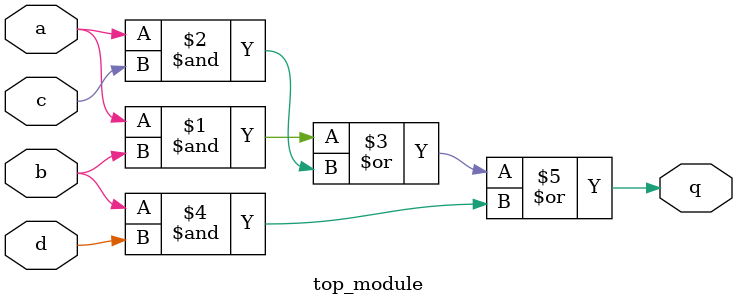
<source format=sv>
module top_module (
	input a, 
	input b, 
	input c, 
	input d,
	output q
);

assign q = (a & b) | (a & c) | (b & d);

endmodule

</source>
